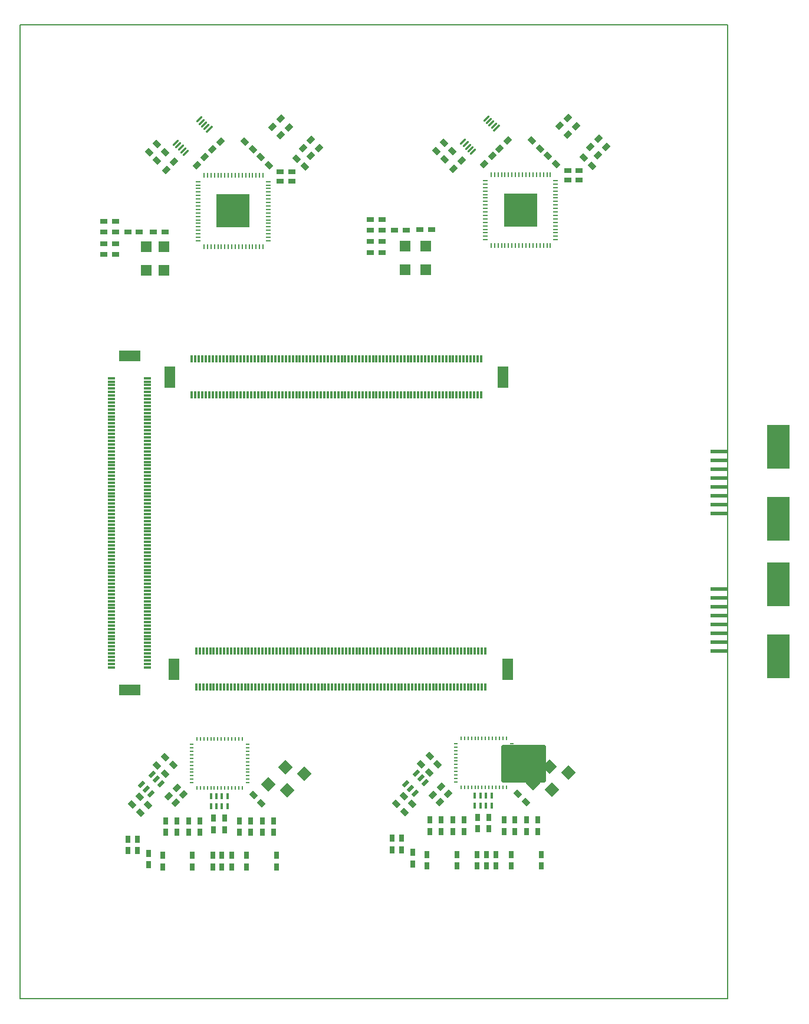
<source format=gtp>
G04 Layer_Color=8421504*
%FSLAX23Y23*%
%MOIN*%
G70*
G01*
G75*
%ADD15R,0.040X0.030*%
%ADD16R,0.017X0.035*%
G04:AMPARAMS|DCode=17|XSize=43mil|YSize=12mil|CornerRadius=3mil|HoleSize=0mil|Usage=FLASHONLY|Rotation=90.000|XOffset=0mil|YOffset=0mil|HoleType=Round|Shape=RoundedRectangle|*
%AMROUNDEDRECTD17*
21,1,0.043,0.006,0,0,90.0*
21,1,0.037,0.012,0,0,90.0*
1,1,0.006,0.003,0.019*
1,1,0.006,0.003,-0.019*
1,1,0.006,-0.003,-0.019*
1,1,0.006,-0.003,0.019*
%
%ADD17ROUNDEDRECTD17*%
%ADD18R,0.185X0.185*%
%ADD19R,0.010X0.020*%
%ADD20R,0.020X0.010*%
%ADD21R,0.011X0.031*%
%ADD22R,0.031X0.011*%
%ADD23R,0.030X0.040*%
G04:AMPARAMS|DCode=24|XSize=40mil|YSize=30mil|CornerRadius=0mil|HoleSize=0mil|Usage=FLASHONLY|Rotation=45.000|XOffset=0mil|YOffset=0mil|HoleType=Round|Shape=Rectangle|*
%AMROTATEDRECTD24*
4,1,4,-0.004,-0.025,-0.025,-0.004,0.004,0.025,0.025,0.004,-0.004,-0.025,0.0*
%
%ADD24ROTATEDRECTD24*%

G04:AMPARAMS|DCode=25|XSize=40mil|YSize=30mil|CornerRadius=0mil|HoleSize=0mil|Usage=FLASHONLY|Rotation=135.000|XOffset=0mil|YOffset=0mil|HoleType=Round|Shape=Rectangle|*
%AMROTATEDRECTD25*
4,1,4,0.025,-0.004,0.004,-0.025,-0.025,0.004,-0.004,0.025,0.025,-0.004,0.0*
%
%ADD25ROTATEDRECTD25*%

G04:AMPARAMS|DCode=26|XSize=47mil|YSize=12mil|CornerRadius=0mil|HoleSize=0mil|Usage=FLASHONLY|Rotation=225.000|XOffset=0mil|YOffset=0mil|HoleType=Round|Shape=Round|*
%AMOVALD26*
21,1,0.035,0.012,0.000,0.000,225.0*
1,1,0.012,0.013,0.013*
1,1,0.012,-0.013,-0.013*
%
%ADD26OVALD26*%

G04:AMPARAMS|DCode=27|XSize=47mil|YSize=12mil|CornerRadius=0mil|HoleSize=0mil|Usage=FLASHONLY|Rotation=225.000|XOffset=0mil|YOffset=0mil|HoleType=Round|Shape=Rectangle|*
%AMROTATEDRECTD27*
4,1,4,0.013,0.021,0.021,0.013,-0.013,-0.021,-0.021,-0.013,0.013,0.021,0.0*
%
%ADD27ROTATEDRECTD27*%

%ADD28R,0.060X0.060*%
%ADD29P,0.085X4X90.0*%
G04:AMPARAMS|DCode=30|XSize=39mil|YSize=20mil|CornerRadius=0mil|HoleSize=0mil|Usage=FLASHONLY|Rotation=45.000|XOffset=0mil|YOffset=0mil|HoleType=Round|Shape=Rectangle|*
%AMROTATEDRECTD30*
4,1,4,-0.007,-0.021,-0.021,-0.007,0.007,0.021,0.021,0.007,-0.007,-0.021,0.0*
%
%ADD30ROTATEDRECTD30*%

%ADD31R,0.043X0.012*%
G04:AMPARAMS|DCode=32|XSize=43mil|YSize=12mil|CornerRadius=3mil|HoleSize=0mil|Usage=FLASHONLY|Rotation=0.000|XOffset=0mil|YOffset=0mil|HoleType=Round|Shape=RoundedRectangle|*
%AMROUNDEDRECTD32*
21,1,0.043,0.006,0,0,0.0*
21,1,0.037,0.012,0,0,0.0*
1,1,0.006,0.019,-0.003*
1,1,0.006,-0.019,-0.003*
1,1,0.006,-0.019,0.003*
1,1,0.006,0.019,0.003*
%
%ADD32ROUNDEDRECTD32*%
%ADD33R,0.122X0.063*%
%ADD34R,0.012X0.043*%
%ADD35R,0.063X0.122*%
%ADD36R,0.130X0.245*%
%ADD37R,0.100X0.022*%
%ADD40C,0.008*%
G04:AMPARAMS|DCode=110|XSize=213mil|YSize=254mil|CornerRadius=11mil|HoleSize=0mil|Usage=FLASHONLY|Rotation=90.000|XOffset=0mil|YOffset=0mil|HoleType=Round|Shape=RoundedRectangle|*
%AMROUNDEDRECTD110*
21,1,0.213,0.233,0,0,90.0*
21,1,0.192,0.254,0,0,90.0*
1,1,0.021,0.116,0.096*
1,1,0.021,0.116,-0.096*
1,1,0.021,-0.116,-0.096*
1,1,0.021,-0.116,0.096*
%
%ADD110ROUNDEDRECTD110*%
D15*
X820Y4331D02*
D03*
X755D02*
D03*
X610Y4331D02*
D03*
X675D02*
D03*
X474Y4390D02*
D03*
X539D02*
D03*
X1537Y4672D02*
D03*
X1472D02*
D03*
Y4618D02*
D03*
X1537D02*
D03*
X474Y4266D02*
D03*
X539D02*
D03*
X474Y4204D02*
D03*
X539D02*
D03*
X539Y4331D02*
D03*
X474D02*
D03*
X3096Y4624D02*
D03*
X3161D02*
D03*
X2326Y4344D02*
D03*
X2118Y4342D02*
D03*
X2047Y4340D02*
D03*
X1982D02*
D03*
Y4401D02*
D03*
X2047D02*
D03*
X3161Y4678D02*
D03*
X3096D02*
D03*
X1982Y4277D02*
D03*
X2047D02*
D03*
X1982Y4215D02*
D03*
X2047D02*
D03*
X2261Y4344D02*
D03*
X2183Y4342D02*
D03*
D16*
X2666Y1091D02*
D03*
X2635D02*
D03*
X2603D02*
D03*
X2572D02*
D03*
Y1147D02*
D03*
X2603D02*
D03*
X2635D02*
D03*
X2666D02*
D03*
X1173Y1088D02*
D03*
X1142D02*
D03*
X1110D02*
D03*
X1079D02*
D03*
Y1144D02*
D03*
X1110D02*
D03*
X1142D02*
D03*
X1173D02*
D03*
D17*
X2330Y3411D02*
D03*
X2350D02*
D03*
X1725Y1964D02*
D03*
X1745D02*
D03*
X1666D02*
D03*
X1686D02*
D03*
X2572D02*
D03*
X2592D02*
D03*
X2513D02*
D03*
X2533D02*
D03*
X2454D02*
D03*
X2473D02*
D03*
X2395D02*
D03*
X2414D02*
D03*
X2592Y1760D02*
D03*
X2611D02*
D03*
X2533D02*
D03*
X2552D02*
D03*
X2473D02*
D03*
X2493D02*
D03*
X2414D02*
D03*
X2434D02*
D03*
X1588D02*
D03*
X1607D02*
D03*
X1922D02*
D03*
X1942D02*
D03*
X1765D02*
D03*
X1784D02*
D03*
X1858Y3411D02*
D03*
X1878D02*
D03*
X1956D02*
D03*
X1976D02*
D03*
X1917D02*
D03*
X1937D02*
D03*
X2055D02*
D03*
X2074D02*
D03*
X1661Y3615D02*
D03*
X1681D02*
D03*
X1720D02*
D03*
X1740D02*
D03*
X1779D02*
D03*
X1799D02*
D03*
X1838D02*
D03*
X1858D02*
D03*
X1878D02*
D03*
X1897D02*
D03*
X1937D02*
D03*
X1956D02*
D03*
X1976D02*
D03*
X1996D02*
D03*
X2114Y3411D02*
D03*
X2133D02*
D03*
X2173Y3615D02*
D03*
X2193D02*
D03*
X2074D02*
D03*
X2094D02*
D03*
X2133D02*
D03*
X2153D02*
D03*
X2232D02*
D03*
X2252D02*
D03*
X2291D02*
D03*
X2311D02*
D03*
X2350D02*
D03*
X2370D02*
D03*
X2468D02*
D03*
X2488D02*
D03*
X1706Y1760D02*
D03*
X1725D02*
D03*
X1883D02*
D03*
X1903D02*
D03*
X1981D02*
D03*
X2001D02*
D03*
X1292D02*
D03*
X1312D02*
D03*
X1410D02*
D03*
X1430D02*
D03*
X2021D02*
D03*
X2040D02*
D03*
X997Y1964D02*
D03*
X1017Y1760D02*
D03*
Y1964D02*
D03*
X1036Y1760D02*
D03*
Y1964D02*
D03*
X1056Y1760D02*
D03*
Y1964D02*
D03*
X1076Y1760D02*
D03*
Y1964D02*
D03*
X1095Y1760D02*
D03*
Y1964D02*
D03*
X1115Y1760D02*
D03*
Y1964D02*
D03*
X1135Y1760D02*
D03*
X1155D02*
D03*
X1174D02*
D03*
Y1964D02*
D03*
X1194Y1760D02*
D03*
X1214D02*
D03*
X1233D02*
D03*
Y1964D02*
D03*
X1253Y1760D02*
D03*
Y1964D02*
D03*
X1273Y1760D02*
D03*
Y1964D02*
D03*
X1292D02*
D03*
X1332Y1760D02*
D03*
X1351D02*
D03*
Y1964D02*
D03*
X1371Y1760D02*
D03*
X1391D02*
D03*
X1410Y1964D02*
D03*
X1450Y1760D02*
D03*
X1470D02*
D03*
Y1964D02*
D03*
X1489Y1760D02*
D03*
X1509D02*
D03*
X1529Y1964D02*
D03*
X1568Y1760D02*
D03*
X1588Y1964D02*
D03*
X1627Y1760D02*
D03*
X1647D02*
D03*
Y1964D02*
D03*
X1666Y1760D02*
D03*
X1686D02*
D03*
X1706Y1964D02*
D03*
X1745Y1760D02*
D03*
X1765Y1964D02*
D03*
X1804Y1760D02*
D03*
X1824D02*
D03*
Y1964D02*
D03*
X1844Y1760D02*
D03*
Y1964D02*
D03*
X1863Y1760D02*
D03*
Y1964D02*
D03*
X1883D02*
D03*
X1903D02*
D03*
X1922D02*
D03*
X1942D02*
D03*
X1962Y1760D02*
D03*
Y1964D02*
D03*
X1981D02*
D03*
X2040D02*
D03*
X2060Y1760D02*
D03*
Y1964D02*
D03*
X2080Y1760D02*
D03*
Y1964D02*
D03*
X2099Y1760D02*
D03*
Y1964D02*
D03*
X2119Y1760D02*
D03*
Y1964D02*
D03*
X2139Y1760D02*
D03*
Y1964D02*
D03*
X2158Y1760D02*
D03*
Y1964D02*
D03*
X2178Y1760D02*
D03*
Y1964D02*
D03*
X2198Y1760D02*
D03*
Y1964D02*
D03*
X2218Y1760D02*
D03*
Y1964D02*
D03*
X2237Y1760D02*
D03*
Y1964D02*
D03*
X2257Y1760D02*
D03*
Y1964D02*
D03*
X2277Y1760D02*
D03*
Y1964D02*
D03*
X2296Y1760D02*
D03*
Y1964D02*
D03*
X2316Y1760D02*
D03*
Y1964D02*
D03*
X2336Y1760D02*
D03*
Y1964D02*
D03*
X2355Y1760D02*
D03*
Y1964D02*
D03*
X2375Y1760D02*
D03*
Y1964D02*
D03*
X2395Y1760D02*
D03*
X2434Y1964D02*
D03*
X2454Y1760D02*
D03*
X2493Y1964D02*
D03*
X2513Y1760D02*
D03*
X2552Y1964D02*
D03*
X2572Y1760D02*
D03*
X2611Y1964D02*
D03*
X2631Y1760D02*
D03*
Y1964D02*
D03*
X972Y3615D02*
D03*
X992Y3411D02*
D03*
Y3615D02*
D03*
X1011Y3411D02*
D03*
Y3615D02*
D03*
X1031Y3411D02*
D03*
Y3615D02*
D03*
X1051Y3411D02*
D03*
Y3615D02*
D03*
X1070Y3411D02*
D03*
Y3615D02*
D03*
X1090Y3411D02*
D03*
Y3615D02*
D03*
X1110Y3411D02*
D03*
Y3615D02*
D03*
X1130Y3411D02*
D03*
Y3615D02*
D03*
X1149Y3411D02*
D03*
Y3615D02*
D03*
X1169Y3411D02*
D03*
Y3615D02*
D03*
X1189Y3411D02*
D03*
Y3615D02*
D03*
X1208Y3411D02*
D03*
Y3615D02*
D03*
X1228Y3411D02*
D03*
Y3615D02*
D03*
X1248Y3411D02*
D03*
Y3615D02*
D03*
X1267Y3411D02*
D03*
Y3615D02*
D03*
X1287Y3411D02*
D03*
Y3615D02*
D03*
X1307Y3411D02*
D03*
Y3615D02*
D03*
X1326Y3411D02*
D03*
Y3615D02*
D03*
X1346Y3411D02*
D03*
Y3615D02*
D03*
X1366Y3411D02*
D03*
Y3615D02*
D03*
X1385Y3411D02*
D03*
Y3615D02*
D03*
X1405Y3411D02*
D03*
Y3615D02*
D03*
X1425Y3411D02*
D03*
Y3615D02*
D03*
X1445Y3411D02*
D03*
Y3615D02*
D03*
X1464Y3411D02*
D03*
Y3615D02*
D03*
X1484Y3411D02*
D03*
Y3615D02*
D03*
X1504Y3411D02*
D03*
Y3615D02*
D03*
X1523Y3411D02*
D03*
Y3615D02*
D03*
X1543Y3411D02*
D03*
Y3615D02*
D03*
X1563Y3411D02*
D03*
Y3615D02*
D03*
X1582Y3411D02*
D03*
Y3615D02*
D03*
X1602Y3411D02*
D03*
Y3615D02*
D03*
X1622Y3411D02*
D03*
Y3615D02*
D03*
X1641Y3411D02*
D03*
Y3615D02*
D03*
X1661Y3411D02*
D03*
X1681D02*
D03*
X1700D02*
D03*
Y3615D02*
D03*
X1720Y3411D02*
D03*
X1740D02*
D03*
X1759D02*
D03*
Y3615D02*
D03*
X1779Y3411D02*
D03*
X1799D02*
D03*
X1819D02*
D03*
Y3615D02*
D03*
X1838Y3411D02*
D03*
X1897D02*
D03*
X1917Y3615D02*
D03*
X1996Y3411D02*
D03*
X2015D02*
D03*
Y3615D02*
D03*
X2035Y3411D02*
D03*
Y3615D02*
D03*
X2055D02*
D03*
X2094Y3411D02*
D03*
X2114Y3615D02*
D03*
X2153Y3411D02*
D03*
X2173D02*
D03*
X2193D02*
D03*
X2212D02*
D03*
Y3615D02*
D03*
X2232Y3411D02*
D03*
X2252D02*
D03*
X2271D02*
D03*
Y3615D02*
D03*
X2291Y3411D02*
D03*
X2311D02*
D03*
X2330Y3615D02*
D03*
X2389D02*
D03*
X2409D02*
D03*
X2429Y3411D02*
D03*
Y3615D02*
D03*
X2448D02*
D03*
X2488Y3411D02*
D03*
X2508Y3615D02*
D03*
X2547Y3411D02*
D03*
X2606D02*
D03*
Y3615D02*
D03*
X2586Y3411D02*
D03*
X2567D02*
D03*
X2527D02*
D03*
X2508D02*
D03*
X2370D02*
D03*
X2409D02*
D03*
X2389D02*
D03*
X2586Y3615D02*
D03*
X2567D02*
D03*
X2547D02*
D03*
X2527D02*
D03*
X2468Y3411D02*
D03*
X2448D02*
D03*
X1155Y1964D02*
D03*
X1135D02*
D03*
X1214D02*
D03*
X1194D02*
D03*
X1548Y1760D02*
D03*
X1529D02*
D03*
X1804Y1964D02*
D03*
X1784D02*
D03*
X1391D02*
D03*
X1371D02*
D03*
X1450D02*
D03*
X1430D02*
D03*
X1509D02*
D03*
X1489D02*
D03*
X1568D02*
D03*
X1548D02*
D03*
X1332D02*
D03*
X1312D02*
D03*
X1627D02*
D03*
X1607D02*
D03*
X2021D02*
D03*
X2001D02*
D03*
D18*
X1205Y4450D02*
D03*
X2829Y4456D02*
D03*
D19*
X2730Y1473D02*
D03*
X2750D02*
D03*
X2691D02*
D03*
X2711D02*
D03*
X2573D02*
D03*
X2592D02*
D03*
X1197Y1190D02*
D03*
X1217D02*
D03*
X1039D02*
D03*
X1059D02*
D03*
X1079Y1468D02*
D03*
X1098D02*
D03*
X1157D02*
D03*
X1177D02*
D03*
X1236D02*
D03*
X1256D02*
D03*
X1197D02*
D03*
X1217D02*
D03*
X2651Y1473D02*
D03*
X2671D02*
D03*
X2533Y1195D02*
D03*
X2553D02*
D03*
X1000Y1190D02*
D03*
X1020D02*
D03*
X1079D02*
D03*
X1098D02*
D03*
X1118D02*
D03*
X1138D02*
D03*
X1157D02*
D03*
X1177D02*
D03*
X1236D02*
D03*
X1256D02*
D03*
X1138Y1468D02*
D03*
X1118D02*
D03*
X1059D02*
D03*
X1039D02*
D03*
X1020D02*
D03*
X1000D02*
D03*
X2494Y1195D02*
D03*
X2514D02*
D03*
X2573D02*
D03*
X2592D02*
D03*
X2612D02*
D03*
X2632D02*
D03*
X2651D02*
D03*
X2671D02*
D03*
X2691D02*
D03*
X2711D02*
D03*
X2730D02*
D03*
X2750D02*
D03*
X2632Y1473D02*
D03*
X2612D02*
D03*
X2553D02*
D03*
X2533D02*
D03*
X2514D02*
D03*
X2494D02*
D03*
D20*
X2463Y1383D02*
D03*
Y1403D02*
D03*
X969Y1378D02*
D03*
Y1398D02*
D03*
Y1417D02*
D03*
Y1437D02*
D03*
X2463Y1422D02*
D03*
Y1442D02*
D03*
X1286Y1221D02*
D03*
Y1240D02*
D03*
Y1260D02*
D03*
Y1280D02*
D03*
Y1299D02*
D03*
Y1319D02*
D03*
Y1339D02*
D03*
Y1358D02*
D03*
Y1378D02*
D03*
Y1398D02*
D03*
Y1417D02*
D03*
Y1437D02*
D03*
X969Y1358D02*
D03*
Y1339D02*
D03*
Y1319D02*
D03*
Y1299D02*
D03*
Y1280D02*
D03*
Y1260D02*
D03*
Y1240D02*
D03*
Y1221D02*
D03*
X2780Y1226D02*
D03*
Y1245D02*
D03*
Y1265D02*
D03*
Y1285D02*
D03*
Y1304D02*
D03*
Y1324D02*
D03*
Y1344D02*
D03*
Y1363D02*
D03*
Y1383D02*
D03*
Y1403D02*
D03*
Y1422D02*
D03*
Y1442D02*
D03*
X2463Y1363D02*
D03*
Y1344D02*
D03*
Y1324D02*
D03*
Y1304D02*
D03*
Y1285D02*
D03*
Y1265D02*
D03*
Y1245D02*
D03*
Y1226D02*
D03*
D21*
X1040Y4248D02*
D03*
X1059D02*
D03*
X1315D02*
D03*
X1335D02*
D03*
X1315Y4650D02*
D03*
X1296D02*
D03*
X1276D02*
D03*
X1374D02*
D03*
X1355D02*
D03*
X1335D02*
D03*
X1197Y4248D02*
D03*
X1217D02*
D03*
X1197Y4650D02*
D03*
X1217D02*
D03*
X1237D02*
D03*
X1256D02*
D03*
X1099D02*
D03*
X1079D02*
D03*
X1059D02*
D03*
X1040D02*
D03*
X1178D02*
D03*
X1119D02*
D03*
X1138D02*
D03*
X1158D02*
D03*
X2703Y4254D02*
D03*
X2723D02*
D03*
X2900D02*
D03*
X2919D02*
D03*
X2979D02*
D03*
X2998D02*
D03*
X2782Y4656D02*
D03*
X2762D02*
D03*
X2742D02*
D03*
X2801D02*
D03*
X2664D02*
D03*
X2683D02*
D03*
X2703D02*
D03*
X2723D02*
D03*
X2880D02*
D03*
X2860D02*
D03*
X2841D02*
D03*
X2821D02*
D03*
X2841Y4254D02*
D03*
X2821D02*
D03*
X2959Y4656D02*
D03*
X2979D02*
D03*
X2998D02*
D03*
X2900D02*
D03*
X2919D02*
D03*
X2939D02*
D03*
X2959Y4254D02*
D03*
X2939D02*
D03*
X2880D02*
D03*
X2860D02*
D03*
X2762D02*
D03*
X2742D02*
D03*
X2683D02*
D03*
X2664D02*
D03*
X2801D02*
D03*
X2782D02*
D03*
X1256Y4248D02*
D03*
X1237D02*
D03*
X1138D02*
D03*
X1119D02*
D03*
X1099D02*
D03*
X1079D02*
D03*
X1178D02*
D03*
X1158D02*
D03*
X1296D02*
D03*
X1276D02*
D03*
X1374D02*
D03*
X1355D02*
D03*
D22*
X1403Y4360D02*
D03*
Y4380D02*
D03*
Y4596D02*
D03*
Y4616D02*
D03*
X1006Y4498D02*
D03*
Y4537D02*
D03*
Y4518D02*
D03*
Y4478D02*
D03*
Y4596D02*
D03*
Y4616D02*
D03*
X1403Y4498D02*
D03*
Y4478D02*
D03*
Y4577D02*
D03*
Y4557D02*
D03*
Y4537D02*
D03*
Y4518D02*
D03*
X2630Y4563D02*
D03*
Y4583D02*
D03*
Y4327D02*
D03*
Y4346D02*
D03*
X3027Y4524D02*
D03*
Y4543D02*
D03*
Y4563D02*
D03*
Y4583D02*
D03*
Y4484D02*
D03*
Y4504D02*
D03*
X2630Y4622D02*
D03*
Y4602D02*
D03*
Y4484D02*
D03*
Y4524D02*
D03*
Y4543D02*
D03*
Y4504D02*
D03*
X3027Y4622D02*
D03*
Y4602D02*
D03*
Y4465D02*
D03*
Y4445D02*
D03*
Y4386D02*
D03*
Y4366D02*
D03*
Y4307D02*
D03*
Y4287D02*
D03*
Y4346D02*
D03*
Y4327D02*
D03*
Y4425D02*
D03*
Y4405D02*
D03*
X2630Y4386D02*
D03*
Y4366D02*
D03*
Y4307D02*
D03*
Y4287D02*
D03*
Y4465D02*
D03*
Y4445D02*
D03*
Y4425D02*
D03*
Y4405D02*
D03*
X1403Y4459D02*
D03*
Y4439D02*
D03*
Y4301D02*
D03*
Y4281D02*
D03*
X1006Y4340D02*
D03*
Y4321D02*
D03*
Y4459D02*
D03*
Y4439D02*
D03*
Y4419D02*
D03*
Y4399D02*
D03*
Y4380D02*
D03*
Y4360D02*
D03*
X1403Y4340D02*
D03*
Y4321D02*
D03*
Y4419D02*
D03*
Y4399D02*
D03*
X1006Y4301D02*
D03*
Y4281D02*
D03*
Y4577D02*
D03*
Y4557D02*
D03*
D23*
X2381Y1011D02*
D03*
X2447D02*
D03*
X2797D02*
D03*
X2864D02*
D03*
X1303Y1006D02*
D03*
X1370D02*
D03*
X1242D02*
D03*
X887D02*
D03*
X953D02*
D03*
X2469Y751D02*
D03*
Y816D02*
D03*
X2302Y751D02*
D03*
Y816D02*
D03*
X2946Y751D02*
D03*
Y816D02*
D03*
X2776Y751D02*
D03*
Y816D02*
D03*
X2157Y907D02*
D03*
Y842D02*
D03*
X2104Y907D02*
D03*
Y842D02*
D03*
X2583Y751D02*
D03*
Y816D02*
D03*
X2636Y751D02*
D03*
Y816D02*
D03*
X2447Y946D02*
D03*
X2318Y1010D02*
D03*
Y945D02*
D03*
X2381Y946D02*
D03*
X2588Y1025D02*
D03*
Y960D02*
D03*
X2651Y1025D02*
D03*
Y960D02*
D03*
X2864Y946D02*
D03*
X2928D02*
D03*
Y1011D02*
D03*
X2736D02*
D03*
Y946D02*
D03*
X2797D02*
D03*
X2510D02*
D03*
Y1011D02*
D03*
X2690Y751D02*
D03*
Y816D02*
D03*
X2222Y762D02*
D03*
Y827D02*
D03*
X975Y746D02*
D03*
Y811D02*
D03*
X808Y746D02*
D03*
Y811D02*
D03*
X1094Y1020D02*
D03*
Y955D02*
D03*
X1157Y1020D02*
D03*
Y955D02*
D03*
X1016Y941D02*
D03*
Y1006D02*
D03*
X953Y941D02*
D03*
X887D02*
D03*
X824Y1005D02*
D03*
Y940D02*
D03*
X1242Y941D02*
D03*
X1303D02*
D03*
X1370D02*
D03*
X1434D02*
D03*
Y1006D02*
D03*
X1282Y746D02*
D03*
Y811D02*
D03*
X1452Y746D02*
D03*
Y811D02*
D03*
X1196Y811D02*
D03*
Y746D02*
D03*
X1142Y746D02*
D03*
Y811D02*
D03*
X1089Y746D02*
D03*
Y811D02*
D03*
X728Y822D02*
D03*
Y757D02*
D03*
X610Y902D02*
D03*
Y837D02*
D03*
X663Y902D02*
D03*
Y837D02*
D03*
D24*
X872Y4729D02*
D03*
X826Y4683D02*
D03*
X1088Y4797D02*
D03*
X1134Y4843D02*
D03*
X999Y4708D02*
D03*
X1045Y4754D02*
D03*
X1427Y4924D02*
D03*
X1473Y4970D02*
D03*
X1473Y4877D02*
D03*
X1519Y4923D02*
D03*
X1645Y4852D02*
D03*
X1599Y4806D02*
D03*
X1643Y4760D02*
D03*
X1689Y4806D02*
D03*
X2334Y1151D02*
D03*
X2380Y1197D02*
D03*
X2419Y1159D02*
D03*
X2373Y1113D02*
D03*
X925Y1154D02*
D03*
X879Y1108D02*
D03*
X840Y1146D02*
D03*
X886Y1192D02*
D03*
X2496Y4735D02*
D03*
X2450Y4689D02*
D03*
X2712Y4803D02*
D03*
X2758Y4849D02*
D03*
X2623Y4714D02*
D03*
X2669Y4760D02*
D03*
X3269Y4858D02*
D03*
X3223Y4812D02*
D03*
X3097Y4883D02*
D03*
X3143Y4929D02*
D03*
X3051Y4930D02*
D03*
X3097Y4976D02*
D03*
X3267Y4766D02*
D03*
X3313Y4812D02*
D03*
D25*
X1563Y4746D02*
D03*
X1609Y4700D02*
D03*
X1317Y4797D02*
D03*
X1271Y4843D02*
D03*
X1406Y4708D02*
D03*
X1360Y4754D02*
D03*
X775Y4736D02*
D03*
X729Y4782D02*
D03*
X773Y4828D02*
D03*
X819Y4782D02*
D03*
X2813Y1157D02*
D03*
X2859Y1111D02*
D03*
X2316Y1371D02*
D03*
X2362Y1325D02*
D03*
X2268Y1324D02*
D03*
X2314Y1278D02*
D03*
X2128Y1102D02*
D03*
X2174Y1056D02*
D03*
X2218Y1100D02*
D03*
X2172Y1146D02*
D03*
X1319Y1152D02*
D03*
X1365Y1106D02*
D03*
X820Y1273D02*
D03*
X774Y1319D02*
D03*
X868Y1320D02*
D03*
X822Y1366D02*
D03*
X678Y1141D02*
D03*
X724Y1095D02*
D03*
X680Y1051D02*
D03*
X634Y1097D02*
D03*
X2397Y4834D02*
D03*
X2443Y4788D02*
D03*
X3187Y4752D02*
D03*
X3233Y4706D02*
D03*
X2941Y4803D02*
D03*
X2895Y4849D02*
D03*
X3030Y4714D02*
D03*
X2984Y4760D02*
D03*
X2399Y4742D02*
D03*
X2353Y4788D02*
D03*
D26*
X923Y4793D02*
D03*
X1027Y4953D02*
D03*
X1055Y4925D02*
D03*
X1041Y4939D02*
D03*
X909Y4807D02*
D03*
X937Y4779D02*
D03*
X895Y4821D02*
D03*
X881Y4835D02*
D03*
X1013Y4967D02*
D03*
X2637Y4973D02*
D03*
X2505Y4841D02*
D03*
X2519Y4827D02*
D03*
X2561Y4785D02*
D03*
X2533Y4813D02*
D03*
X2665Y4945D02*
D03*
X2679Y4931D02*
D03*
X2651Y4959D02*
D03*
X2547Y4799D02*
D03*
D27*
X1069Y4911D02*
D03*
X2693Y4917D02*
D03*
D28*
X813Y4249D02*
D03*
X715D02*
D03*
X2294Y4252D02*
D03*
X2178D02*
D03*
X2294Y4117D02*
D03*
X2178D02*
D03*
X813Y4114D02*
D03*
X715D02*
D03*
D29*
X3101Y1277D02*
D03*
X3006Y1182D02*
D03*
X2994Y1312D02*
D03*
X2899Y1217D02*
D03*
X1500Y1307D02*
D03*
X1405Y1212D02*
D03*
X1607Y1272D02*
D03*
X1512Y1177D02*
D03*
D30*
X2181Y1215D02*
D03*
X2207Y1189D02*
D03*
X2234Y1162D02*
D03*
X2240Y1274D02*
D03*
X2266Y1247D02*
D03*
X2292Y1221D02*
D03*
X687Y1210D02*
D03*
X713Y1184D02*
D03*
X740Y1157D02*
D03*
X746Y1269D02*
D03*
X772Y1242D02*
D03*
X798Y1216D02*
D03*
D31*
X518Y3506D02*
D03*
D32*
X722D02*
D03*
X518Y3486D02*
D03*
X722D02*
D03*
X518Y3467D02*
D03*
X722D02*
D03*
X518Y3447D02*
D03*
X722D02*
D03*
X518Y3427D02*
D03*
X722D02*
D03*
X518Y3408D02*
D03*
X722D02*
D03*
X518Y3388D02*
D03*
X722D02*
D03*
X518Y3368D02*
D03*
X722D02*
D03*
X518Y3348D02*
D03*
X722D02*
D03*
X518Y3329D02*
D03*
X722D02*
D03*
X518Y3309D02*
D03*
X722D02*
D03*
X518Y3289D02*
D03*
X722D02*
D03*
X518Y3270D02*
D03*
X722D02*
D03*
X518Y3250D02*
D03*
X722D02*
D03*
X518Y3230D02*
D03*
X722D02*
D03*
X518Y3211D02*
D03*
X722D02*
D03*
X518Y3191D02*
D03*
X722D02*
D03*
X518Y3171D02*
D03*
X722D02*
D03*
X518Y3152D02*
D03*
X722D02*
D03*
X518Y3132D02*
D03*
X722D02*
D03*
X518Y3112D02*
D03*
X722D02*
D03*
X518Y3093D02*
D03*
X722D02*
D03*
X518Y3073D02*
D03*
X722D02*
D03*
X518Y3053D02*
D03*
X722D02*
D03*
X518Y3033D02*
D03*
X722D02*
D03*
X518Y3014D02*
D03*
X722D02*
D03*
X518Y2994D02*
D03*
X722D02*
D03*
X518Y2974D02*
D03*
X722D02*
D03*
X518Y2955D02*
D03*
X722D02*
D03*
X518Y2935D02*
D03*
X722D02*
D03*
X518Y2915D02*
D03*
X722D02*
D03*
X518Y2896D02*
D03*
X722D02*
D03*
X518Y2876D02*
D03*
X722D02*
D03*
X518Y2856D02*
D03*
X722D02*
D03*
X518Y2837D02*
D03*
X722D02*
D03*
X518Y2817D02*
D03*
X722D02*
D03*
X518Y2797D02*
D03*
X722D02*
D03*
X518Y2778D02*
D03*
X722D02*
D03*
X518Y2758D02*
D03*
X722D02*
D03*
X518Y2738D02*
D03*
X722D02*
D03*
X518Y2719D02*
D03*
X722D02*
D03*
X518Y2699D02*
D03*
X722D02*
D03*
X518Y2679D02*
D03*
X722D02*
D03*
X518Y2659D02*
D03*
X722D02*
D03*
X518Y2640D02*
D03*
X722D02*
D03*
X518Y2620D02*
D03*
X722D02*
D03*
X518Y2600D02*
D03*
X722D02*
D03*
X518Y2581D02*
D03*
X722D02*
D03*
X518Y2561D02*
D03*
X722D02*
D03*
X518Y2541D02*
D03*
X722D02*
D03*
X518Y2522D02*
D03*
X722D02*
D03*
X518Y2502D02*
D03*
X722D02*
D03*
X518Y2482D02*
D03*
X722D02*
D03*
X518Y2463D02*
D03*
X722D02*
D03*
X518Y2443D02*
D03*
X722D02*
D03*
X518Y2423D02*
D03*
X722D02*
D03*
X518Y2404D02*
D03*
X722D02*
D03*
X518Y2384D02*
D03*
X722D02*
D03*
X518Y2364D02*
D03*
X722D02*
D03*
X518Y2345D02*
D03*
X722D02*
D03*
X518Y2325D02*
D03*
X722D02*
D03*
X518Y2305D02*
D03*
X722D02*
D03*
X518Y2285D02*
D03*
X722D02*
D03*
X518Y2266D02*
D03*
X722D02*
D03*
X518Y2246D02*
D03*
X722D02*
D03*
X518Y2226D02*
D03*
X722D02*
D03*
X518Y2207D02*
D03*
X722D02*
D03*
X518Y2187D02*
D03*
X722D02*
D03*
X518Y2167D02*
D03*
X722D02*
D03*
X518Y2148D02*
D03*
X722D02*
D03*
X518Y2128D02*
D03*
X722D02*
D03*
X518Y2108D02*
D03*
X722D02*
D03*
X518Y2089D02*
D03*
X722D02*
D03*
X518Y2069D02*
D03*
X722D02*
D03*
X518Y2049D02*
D03*
X722D02*
D03*
X518Y2030D02*
D03*
X722D02*
D03*
X518Y2010D02*
D03*
X722D02*
D03*
X518Y1990D02*
D03*
X722D02*
D03*
X518Y1970D02*
D03*
X722D02*
D03*
X518Y1951D02*
D03*
X722D02*
D03*
X518Y1931D02*
D03*
X722D02*
D03*
X518Y1911D02*
D03*
X722D02*
D03*
X518Y1892D02*
D03*
X722D02*
D03*
X518Y1872D02*
D03*
X722D02*
D03*
D33*
X620Y1746D02*
D03*
Y3632D02*
D03*
D34*
X997Y1760D02*
D03*
X972Y3411D02*
D03*
D35*
X2757Y1862D02*
D03*
X871D02*
D03*
X2732Y3513D02*
D03*
X846D02*
D03*
D36*
X4287Y1936D02*
D03*
Y2342D02*
D03*
X4288Y2713D02*
D03*
Y3118D02*
D03*
D37*
X3954Y1964D02*
D03*
Y2014D02*
D03*
Y2064D02*
D03*
Y2114D02*
D03*
Y2314D02*
D03*
Y2264D02*
D03*
Y2214D02*
D03*
Y2164D02*
D03*
X3955Y2740D02*
D03*
Y2790D02*
D03*
Y2840D02*
D03*
Y2890D02*
D03*
Y3090D02*
D03*
Y3040D02*
D03*
Y2990D02*
D03*
Y2940D02*
D03*
D40*
X4000Y-0D02*
Y5500D01*
X1193D02*
X4000D01*
X0Y1681D02*
Y3650D01*
X753Y-0D02*
X4000D01*
X0D02*
Y1681D01*
Y-0D02*
X753D01*
X0Y5500D02*
X1193D01*
X0Y3650D02*
Y5500D01*
D110*
X2848Y1329D02*
D03*
M02*

</source>
